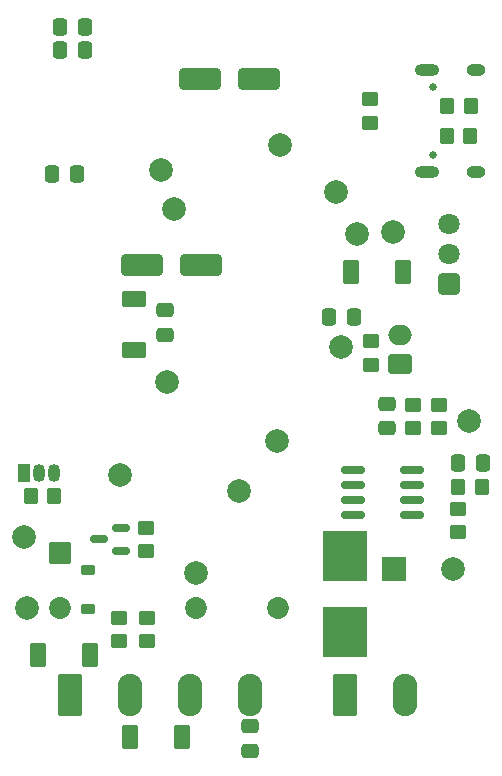
<source format=gbr>
%TF.GenerationSoftware,KiCad,Pcbnew,8.0.2*%
%TF.CreationDate,2024-08-19T20:28:07+02:00*%
%TF.ProjectId,TwinkleTron,5477696e-6b6c-4655-9472-6f6e2e6b6963,rev?*%
%TF.SameCoordinates,Original*%
%TF.FileFunction,Soldermask,Bot*%
%TF.FilePolarity,Negative*%
%FSLAX46Y46*%
G04 Gerber Fmt 4.6, Leading zero omitted, Abs format (unit mm)*
G04 Created by KiCad (PCBNEW 8.0.2) date 2024-08-19 20:28:07*
%MOMM*%
%LPD*%
G01*
G04 APERTURE LIST*
G04 Aperture macros list*
%AMRoundRect*
0 Rectangle with rounded corners*
0 $1 Rounding radius*
0 $2 $3 $4 $5 $6 $7 $8 $9 X,Y pos of 4 corners*
0 Add a 4 corners polygon primitive as box body*
4,1,4,$2,$3,$4,$5,$6,$7,$8,$9,$2,$3,0*
0 Add four circle primitives for the rounded corners*
1,1,$1+$1,$2,$3*
1,1,$1+$1,$4,$5*
1,1,$1+$1,$6,$7*
1,1,$1+$1,$8,$9*
0 Add four rect primitives between the rounded corners*
20,1,$1+$1,$2,$3,$4,$5,0*
20,1,$1+$1,$4,$5,$6,$7,0*
20,1,$1+$1,$6,$7,$8,$9,0*
20,1,$1+$1,$8,$9,$2,$3,0*%
G04 Aperture macros list end*
%ADD10RoundRect,0.250200X0.649800X-0.649800X0.649800X0.649800X-0.649800X0.649800X-0.649800X-0.649800X0*%
%ADD11C,1.800000*%
%ADD12C,1.854000*%
%ADD13RoundRect,0.102000X-0.825000X-0.825000X0.825000X-0.825000X0.825000X0.825000X-0.825000X0.825000X0*%
%ADD14RoundRect,0.249999X-0.790001X-1.550001X0.790001X-1.550001X0.790001X1.550001X-0.790001X1.550001X0*%
%ADD15O,2.080000X3.600000*%
%ADD16R,1.050000X1.500000*%
%ADD17O,1.050000X1.500000*%
%ADD18C,0.650000*%
%ADD19O,2.100000X1.000000*%
%ADD20O,1.600000X1.000000*%
%ADD21R,2.000000X2.000000*%
%ADD22C,2.000000*%
%ADD23RoundRect,0.250000X0.750000X-0.600000X0.750000X0.600000X-0.750000X0.600000X-0.750000X-0.600000X0*%
%ADD24O,2.000000X1.700000*%
%ADD25RoundRect,0.250000X-0.475000X0.337500X-0.475000X-0.337500X0.475000X-0.337500X0.475000X0.337500X0*%
%ADD26RoundRect,0.250000X-0.800000X0.450000X-0.800000X-0.450000X0.800000X-0.450000X0.800000X0.450000X0*%
%ADD27RoundRect,0.250000X0.450000X0.800000X-0.450000X0.800000X-0.450000X-0.800000X0.450000X-0.800000X0*%
%ADD28RoundRect,0.250000X-1.500000X-0.650000X1.500000X-0.650000X1.500000X0.650000X-1.500000X0.650000X0*%
%ADD29RoundRect,0.250000X0.450000X-0.350000X0.450000X0.350000X-0.450000X0.350000X-0.450000X-0.350000X0*%
%ADD30RoundRect,0.225000X0.375000X-0.225000X0.375000X0.225000X-0.375000X0.225000X-0.375000X-0.225000X0*%
%ADD31RoundRect,0.250000X-0.337500X-0.475000X0.337500X-0.475000X0.337500X0.475000X-0.337500X0.475000X0*%
%ADD32RoundRect,0.150000X-0.825000X-0.150000X0.825000X-0.150000X0.825000X0.150000X-0.825000X0.150000X0*%
%ADD33RoundRect,0.250000X0.350000X0.450000X-0.350000X0.450000X-0.350000X-0.450000X0.350000X-0.450000X0*%
%ADD34RoundRect,0.250000X-0.450000X0.350000X-0.450000X-0.350000X0.450000X-0.350000X0.450000X0.350000X0*%
%ADD35RoundRect,0.250000X-0.350000X-0.450000X0.350000X-0.450000X0.350000X0.450000X-0.350000X0.450000X0*%
%ADD36RoundRect,0.150000X0.587500X0.150000X-0.587500X0.150000X-0.587500X-0.150000X0.587500X-0.150000X0*%
%ADD37R,3.810000X4.240000*%
%ADD38RoundRect,0.250000X0.337500X0.475000X-0.337500X0.475000X-0.337500X-0.475000X0.337500X-0.475000X0*%
%ADD39RoundRect,0.250000X-0.450000X-0.800000X0.450000X-0.800000X0.450000X0.800000X-0.450000X0.800000X0*%
G04 APERTURE END LIST*
D10*
%TO.C,U5-O1*%
X174690000Y-67580000D03*
D11*
X174690000Y-65040000D03*
X174690000Y-62500000D03*
%TD*%
D12*
%TO.C,K1*%
X153280000Y-95030000D03*
X160280000Y-95030000D03*
X141780000Y-95030000D03*
D13*
X141780000Y-90330000D03*
%TD*%
D14*
%TO.C,J1*%
X142597500Y-102400000D03*
D15*
X147677500Y-102400000D03*
X152757500Y-102400000D03*
X157837500Y-102400000D03*
%TD*%
D16*
%TO.C,U4-O1*%
X138730000Y-83600000D03*
D17*
X140000000Y-83600000D03*
X141270000Y-83600000D03*
%TD*%
D18*
%TO.C,J3*%
X173350000Y-56690000D03*
X173350000Y-50910000D03*
D19*
X172820000Y-58120000D03*
D20*
X177000000Y-58120000D03*
D19*
X172820000Y-49480000D03*
D20*
X177000000Y-49480000D03*
%TD*%
D14*
%TO.C,J2*%
X165937500Y-102400000D03*
D15*
X171017500Y-102400000D03*
%TD*%
D21*
%TO.C,C7*%
X170070000Y-91700000D03*
D22*
X175070000Y-91700000D03*
%TD*%
D23*
%TO.C,J3-O1*%
X170550000Y-74350000D03*
D24*
X170550000Y-71850000D03*
%TD*%
D22*
%TO.C,TP18*%
X150810000Y-75830000D03*
%TD*%
D25*
%TO.C,C17*%
X169507500Y-77725000D03*
X169507500Y-79800000D03*
%TD*%
D26*
%TO.C,D4*%
X148070000Y-68800000D03*
X148070000Y-73200000D03*
%TD*%
D27*
%TO.C,D9*%
X144300000Y-99000000D03*
X139900000Y-99000000D03*
%TD*%
D22*
%TO.C,TP13*%
X156900707Y-85119293D03*
%TD*%
%TO.C,TP1*%
X176400000Y-79200000D03*
%TD*%
D28*
%TO.C,D7*%
X148700000Y-66000000D03*
X153700000Y-66000000D03*
%TD*%
D29*
%TO.C,R12*%
X175500000Y-88600000D03*
X175500000Y-86600000D03*
%TD*%
%TO.C,R15*%
X173837500Y-79800000D03*
X173837500Y-77800000D03*
%TD*%
D22*
%TO.C,TP5*%
X165600000Y-72900000D03*
%TD*%
D27*
%TO.C,D6*%
X170787500Y-66520000D03*
X166387500Y-66520000D03*
%TD*%
D30*
%TO.C,D3*%
X144130000Y-95090000D03*
X144130000Y-91790000D03*
%TD*%
D31*
%TO.C,C1*%
X141825000Y-45800000D03*
X143900000Y-45800000D03*
%TD*%
D29*
%TO.C,R8*%
X168000000Y-53900000D03*
X168000000Y-51900000D03*
%TD*%
D22*
%TO.C,TP20*%
X153270000Y-92030000D03*
%TD*%
D32*
%TO.C,U4*%
X166600000Y-87110000D03*
X166600000Y-85840000D03*
X166600000Y-84570000D03*
X166600000Y-83300000D03*
X171550000Y-83300000D03*
X171550000Y-84570000D03*
X171550000Y-85840000D03*
X171550000Y-87110000D03*
%TD*%
D33*
%TO.C,R10-O1*%
X141300000Y-85500000D03*
X139300000Y-85500000D03*
%TD*%
D34*
%TO.C,R16*%
X171707500Y-77800000D03*
X171707500Y-79800000D03*
%TD*%
D22*
%TO.C,TP15*%
X165120000Y-59780000D03*
%TD*%
D31*
%TO.C,C16*%
X175525000Y-82700000D03*
X177600000Y-82700000D03*
%TD*%
D35*
%TO.C,R13*%
X175525000Y-84800000D03*
X177525000Y-84800000D03*
%TD*%
D22*
%TO.C,TP9*%
X151460000Y-61240000D03*
%TD*%
D36*
%TO.C,Q1*%
X146937500Y-88250000D03*
X146937500Y-90150000D03*
X145062500Y-89200000D03*
%TD*%
D25*
%TO.C,C8*%
X150670000Y-69800000D03*
X150670000Y-71875000D03*
%TD*%
D29*
%TO.C,R5*%
X149120000Y-97830000D03*
X149120000Y-95830000D03*
%TD*%
D37*
%TO.C,F1*%
X165937500Y-97000000D03*
X165937500Y-90630000D03*
%TD*%
D34*
%TO.C,R12-O1*%
X168100000Y-72400000D03*
X168100000Y-74400000D03*
%TD*%
D33*
%TO.C,R2*%
X176540000Y-55050000D03*
X174540000Y-55050000D03*
%TD*%
D22*
%TO.C,TP19*%
X160200000Y-80860000D03*
%TD*%
D31*
%TO.C,C10*%
X141115000Y-58250000D03*
X143190000Y-58250000D03*
%TD*%
D22*
%TO.C,TP3*%
X160400000Y-55800000D03*
%TD*%
D34*
%TO.C,R9*%
X149100000Y-88200000D03*
X149100000Y-90200000D03*
%TD*%
D25*
%TO.C,C12*%
X157837500Y-105000000D03*
X157837500Y-107075000D03*
%TD*%
D33*
%TO.C,R10*%
X176580000Y-52520000D03*
X174580000Y-52520000D03*
%TD*%
D22*
%TO.C,TP6*%
X170000000Y-63200000D03*
%TD*%
%TO.C,TP17*%
X139030000Y-95030000D03*
%TD*%
%TO.C,TP14*%
X146850000Y-83780000D03*
%TD*%
D28*
%TO.C,D8*%
X153600000Y-50200000D03*
X158600000Y-50200000D03*
%TD*%
D22*
%TO.C,TP8*%
X150340000Y-57880000D03*
%TD*%
D34*
%TO.C,R4*%
X146820000Y-95840000D03*
X146820000Y-97840000D03*
%TD*%
D38*
%TO.C,C13-O1*%
X166675000Y-70400000D03*
X164600000Y-70400000D03*
%TD*%
D39*
%TO.C,D10*%
X147700000Y-105900000D03*
X152100000Y-105900000D03*
%TD*%
D22*
%TO.C,TP10*%
X166910000Y-63380000D03*
%TD*%
%TO.C,TP4*%
X138720000Y-88970000D03*
%TD*%
D31*
%TO.C,C2*%
X141825000Y-47800000D03*
X143900000Y-47800000D03*
%TD*%
M02*

</source>
